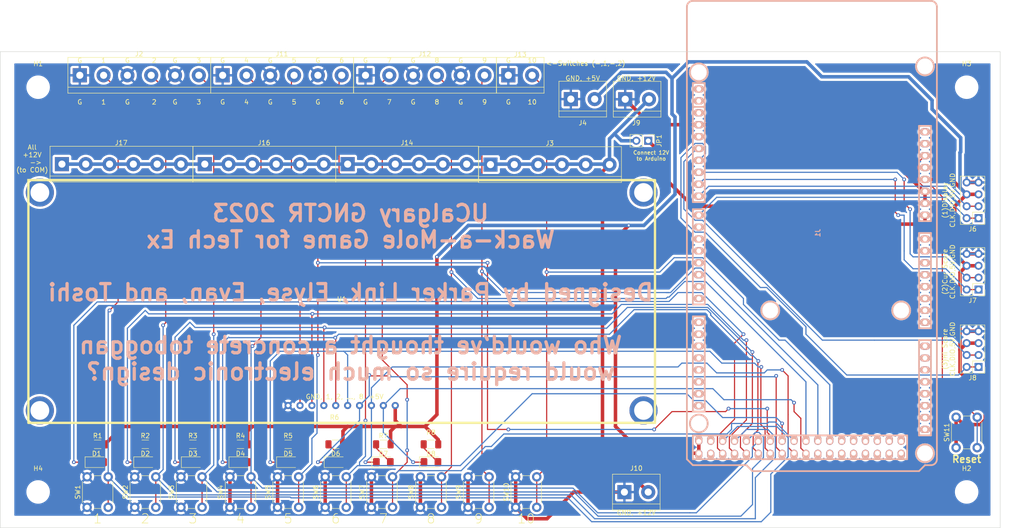
<source format=kicad_pcb>
(kicad_pcb (version 20211014) (generator pcbnew)
  (layers (0 "F.Cu" signal) (31 "B.Cu" signal) (34 "B.Paste" user) (35 "F.Paste" user) (36 "B.SilkS" user "B.Silkscreen") (37 "F.SilkS" user "F.Silkscreen") (38 "B.Mask" user) (39 "F.Mask" user) (44 "Edge.Cuts" user))
  (net 0 "")
  (net 1 "Net-(R1-Pad1)")
  (net 2 "Net-(J1-Pad58)")
  (net 3 "Net-(R2-Pad1)")
  (net 4 "Net-(J1-Pad57)")
  (net 5 "Net-(R3-Pad1)")
  (net 6 "Net-(J1-Pad56)")
  (net 7 "Net-(R4-Pad1)")
  (net 8 "Net-(J1-Pad55)")
  (net 9 "Net-(R5-Pad1)")
  (net 10 "Net-(J1-Pad54)")
  (net 11 "Net-(R6-Pad1)")
  (net 12 "Net-(J1-Pad53)")
  (net 13 "Net-(R7-Pad1)")
  (net 14 "Net-(J1-Pad52)")
  (net 15 "Net-(R8-Pad1)")
  (net 16 "Net-(J1-Pad51)")
  (net 18 "Net-(J1-Pad3)")
  (net 20 "+5V")
  (net 21 "GND")
  (net 22 "Net-(J1-Pad8)")
  (net 45 "Net-(J1-Pad31)")
  (net 46 "Net-(J1-Pad32)")
  (net 47 "Net-(J1-Pad36)")
  (net 48 "Net-(J1-Pad37)")
  (net 49 "Net-(J1-Pad38)")
  (net 50 "Net-(J1-Pad39)")
  (net 76 "SEG_CLK1")
  (net 77 "SEG_DIO1")
  (net 78 "SEG_CLK2")
  (net 79 "SEG_DIO2")
  (net 80 "SEG_CLK3")
  (net 81 "SEG_DIO3")
  (net 86 "+12V")
  (net 87 "Net-(SW1-Pad2)")
  (net 88 "Net-(SW6-Pad2)")
  (net 89 "Net-(SW7-Pad2)")
  (net 90 "Net-(SW8-Pad2)")
  (footprint "Button_Switch_THT:SW_PUSH_6mm" (layer "F.Cu") (at 241.59 132.79 90)
    (fp_text reference "SW11")
    (fp_text value "SW_Push")
  )
  (footprint "TerminalBlock:TerminalBlock_bornier-6_P5.08mm" (layer "F.Cu") (at 54.61 53.34)
    (fp_text reference "J2")
    (fp_text value "Screw_Terminal_01x06")
  )
  (footprint "Button_Switch_THT:SW_PUSH_6mm" (layer "F.Cu") (at 66.33 145.52 90)
    (fp_text reference "SW2")
    (fp_text value "SW_Push")
  )
  (footprint "LED_SMD:LED_1206_3216Metric_Pad1.42x1.75mm_HandSolder" (layer "F.Cu") (at 78.74 135.89)
    (fp_text reference "D3")
    (fp_text value "LED")
  )
  (footprint "TerminalBlock:TerminalBlock_bornier-6_P5.08mm" (layer "F.Cu") (at 50.8 72.295)
    (fp_text reference "J17")
    (fp_text value "Screw_Terminal_01x06")
  )
  (footprint "Resistor_SMD:R_1206_3216Metric_Pad1.30x1.75mm_HandSolder" (layer "F.Cu") (at 68.58 132.08)
    (fp_text reference "R2")
    (fp_text value "150")
  )
  (footprint "Resistor_SMD:R_1206_3216Metric_Pad1.30x1.75mm_HandSolder" (layer "F.Cu") (at 88.9 132.08)
    (fp_text reference "R4")
    (fp_text value "150")
  )
  (footprint "Button_Switch_THT:SW_PUSH_6mm" (layer "F.Cu") (at 116.84 145.52 90)
    (fp_text reference "SW7")
    (fp_text value "SW_Push")
  )
  (footprint "Connector_PinHeader_2.54mm:PinHeader_2x04_P2.54mm_Vertical" (layer "F.Cu") (at 246.38 115.57 180)
    (fp_text reference "J8")
    (fp_text value "Conn_02x04_Row_Letter_Last")
  )
  (footprint "TerminalBlock:TerminalBlock_bornier-6_P5.08mm" (layer "F.Cu") (at 142.24 72.39)
    (fp_text reference "J3")
    (fp_text value "Screw_Terminal_01x06")
  )
  (footprint "Resistor_SMD:R_1206_3216Metric_Pad1.30x1.75mm_HandSolder" (layer "F.Cu") (at 129.54 132.08)
    (fp_text reference "R8")
    (fp_text value "150")
  )
  (footprint "Resistor_SMD:R_1206_3216Metric_Pad1.30x1.75mm_HandSolder" (layer "F.Cu") (at 58.42 132.08)
    (fp_text reference "R1")
    (fp_text value "150")
  )
  (footprint "Button_Switch_THT:SW_PUSH_6mm" (layer "F.Cu") (at 137.45 145.52 90)
    (fp_text reference "SW9")
    (fp_text value "SW_Push")
  )
  (footprint "Button_Switch_THT:SW_PUSH_6mm" (layer "F.Cu") (at 76.2 145.52 90)
    (fp_text reference "SW3")
    (fp_text value "SW_Push")
  )
  (footprint "TerminalBlock:TerminalBlock_bornier-2_P5.08mm" (layer "F.Cu") (at 159.385 58.42)
    (fp_text reference "J4")
    (fp_text value "Screw_Terminal_01x02")
  )
  (footprint "MountingHole:MountingHole_4mm" (layer "F.Cu") (at 243.84 55.88)
    (fp_text reference "H3")
    (fp_text value "MountingHole")
  )
  (footprint "Resistor_SMD:R_1206_3216Metric_Pad1.30x1.75mm_HandSolder" (layer "F.Cu") (at 119.38 132.08)
    (fp_text reference "R7")
    (fp_text value "150")
  )
  (footprint "LED_SMD:LED_1206_3216Metric_Pad1.42x1.75mm_HandSolder" (layer "F.Cu") (at 88.9 135.89)
    (fp_text reference "D4")
    (fp_text value "LED")
  )
  (footprint "MountingHole:MountingHole_4mm" (layer "F.Cu") (at 45.72 55.88)
    (fp_text reference "H1")
    (fp_text value "MountingHole")
  )
  (footprint "LED_SMD:LED_1206_3216Metric_Pad1.42x1.75mm_HandSolder" (layer "F.Cu") (at 68.58 135.89)
    (fp_text reference "D2")
    (fp_text value "LED")
  )
  (footprint "LED_SMD:LED_1206_3216Metric_Pad1.42x1.75mm_HandSolder" (layer "F.Cu") (at 109.22 135.89)
    (fp_text reference "D6")
    (fp_text value "LED")
  )
  (footprint "TerminalBlock:TerminalBlock_bornier-6_P5.08mm" (layer "F.Cu") (at 81.28 72.295)
    (fp_text reference "J16")
    (fp_text value "Screw_Terminal_01x06")
  )
  (footprint "TerminalBlock:TerminalBlock_bornier-2_P5.08mm" (layer "F.Cu") (at 170.985 58.45)
    (fp_text reference "J9")
    (fp_text value "Screw_Terminal_01x02")
  )
  (footprint "TerminalBlock:TerminalBlock_bornier-2_P5.08mm" (layer "F.Cu") (at 146.05 53.34)
    (fp_text reference "J13")
    (fp_text value "Screw_Terminal_01x02")
  )
  (footprint "Button_Switch_THT:SW_PUSH_6mm" (layer "F.Cu") (at 106.97 145.52 90)
    (fp_text reference "SW6")
    (fp_text value "SW_Push")
  )
  (footprint "Button_Switch_THT:SW_PUSH_6mm" (layer "F.Cu") (at 147.61 145.52 90)
    (fp_text reference "SW10")
    (fp_text value "SW_Push")
  )
  (footprint "Resistor_SMD:R_1206_3216Metric_Pad1.30x1.75mm_HandSolder" (layer "F.Cu") (at 99.06 132.08)
    (fp_text reference "R5")
    (fp_text value "150")
  )
  (footprint "Connector_PinHeader_2.54mm:PinHeader_1x02_P2.54mm_Vertical" (layer "F.Cu") (at 175.895 67.31 -90)
    (fp_text reference "JP1")
    (fp_text value "Jumper_2_Open")
  )
  (footprint "TerminalBlock:TerminalBlock_bornier-2_P5.08mm" (layer "F.Cu") (at 170.815 142.27)
    (fp_text reference "J10")
    (fp_text value "Screw_Terminal_01x02")
  )
  (footprint "Button_Switch_THT:SW_PUSH_6mm" (layer "F.Cu") (at 86.65 145.52 90)
    (fp_text reference "SW4")
    (fp_text value "SW_Push")
  )
  (footprint "Resistor_SMD:R_1206_3216Metric_Pad1.30x1.75mm_HandSolder" (layer "F.Cu") (at 78.74 132.08)
    (fp_text reference "R3")
    (fp_text value "150")
  )
  (footprint "LED_SMD:LED_1206_3216Metric_Pad1.42x1.75mm_HandSolder" (layer "F.Cu") (at 58.2025 135.89)
    (fp_text reference "D1")
    (fp_text value "LED")
  )
  (footprint "TerminalBlock:TerminalBlock_bornier-6_P5.08mm" (layer "F.Cu") (at 111.76 72.295)
    (fp_text reference "J14")
    (fp_text value "Screw_Terminal_01x06")
  )
  (footprint "Button_Switch_THT:SW_PUSH_6mm" (layer "F.Cu") (at 96.81 145.52 90)
    (fp_text reference "SW5")
    (fp_text value "SW_Push")
  )
  (footprint "gnctr-wam-footprints:elegoo_8ch_relay" (layer "F.Cu") (at 110.49 101.6)
    (fp_text reference "U1")
    (fp_text value "ELEGOO_8ch_RelayBoard")
  )
  (footprint "MountingHole:MountingHole_4mm" (layer "F.Cu") (at 243.84 142.24)
    (fp_text reference "H2")
    (fp_text value "MountingHole")
  )
  (footprint "Resistor_SMD:R_1206_3216Metric_Pad1.30x1.75mm_HandSolder" (layer "F.Cu") (at 109.22 132.08)
    (fp_text reference "R6")
    (fp_text value "150")
  )
  (footprint "LED_SMD:LED_1206_3216Metric_Pad1.42x1.75mm_HandSolder" (layer "F.Cu") (at 119.38 135.89)
    (fp_text reference "D7")
    (fp_text value "LED")
  )
  (footprint "LED_SMD:LED_1206_3216Metric_Pad1.42x1.75mm_HandSolder" (layer "F.Cu") (at 99.06 135.89)
    (fp_text reference "D5")
    (fp_text value "LED")
  )
  (footprint "Connector_PinHeader_2.54mm:PinHeader_2x04_P2.54mm_Vertical" (layer "F.Cu") (at 246.38 83.82 180)
    (fp_text reference "J6")
    (fp_text value "Conn_02x04_Row_Letter_Last")
  )
  (footprint "LED_SMD:LED_1206_3216Metric_Pad1.42x1.75mm_HandSolder" (layer "F.Cu") (at 129.54 135.89)
    (fp_text reference "D8")
    (fp_text value "LED")
  )
  (footprint "TerminalBlock:TerminalBlock_bornier-6_P5.08mm" (layer "F.Cu") (at 85.09 53.34)
    (fp_text reference "J11")
    (fp_text value "Screw_Terminal_01x06")
  )
  (footprint "Button_Switch_THT:SW_PUSH_6mm" (layer "F.Cu") (at 127.29 145.52 90)
    (fp_text reference "SW8")
    (fp_text value "SW_Push")
  )
  (footprint "MountingHole:MountingHole_4mm" (layer "F.Cu") (at 45.72 142.24)
    (fp_text reference "H4")
    (fp_text value "MountingHole")
  )
  (footprint "Connector_PinHeader_2.54mm:PinHeader_2x04_P2.54mm_Vertical" (layer "F.Cu") (at 246.38 99.06 180)
    (fp_text reference "J7")
    (fp_text value "Conn_02x04_Row_Letter_Last")
  )
  (footprint "Button_Switch_THT:SW_PUSH_6mm" (layer "F.Cu") (at 56.17 145.52 90)
    (fp_text reference "SW1")
    (fp_text value "SW_Push")
  )
  (footprint "TerminalBlock:TerminalBlock_bornier-6_P5.08mm" (layer "F.Cu") (at 115.57 53.34)
    (fp_text reference "J12")
    (fp_text value "Screw_Terminal_01x06")
  )
  (footprint "gnctr-wam-footprints:arduino_mega_header" (layer "B.Cu") (at 210.82 86.995 -90)
    (fp_text reference "J1")
    (fp_text value "Arduino_Mega_Header" hide)
  )
  (gr_rect (start 37.635 48.29) (end 250.995 149.89) (layer "Edge.Cuts") (width 0.1) (fill none))
  (gr_text "UCalgary GNCTR 2023\nWack-a-Mole Game for Tech Ex\n\nDesigned by Parker Link, Elyse, Evan, and Toshi\n\nWho would've thought a concrete toboggan\nwould require so much electronic design?" (at 112.395 99.695) (layer "B.SilkS") (effects (font (size 3.5 3.5) (thickness 0.7)) (justify mirror)))
  (gr_text "Connect 12V\nto Arduino" (at 176.53 70.485) (layer "F.SilkS") (effects (font (size 0.8 0.8))))
  (gr_text "All\n+12V\n  ->\n(to COM)" (at 44.45 71.12) (layer "F.SilkS") (effects (font (size 1 1))))
  (gr_text "G" (at 115.57 50.165) (layer "F.SilkS") (effects (font (size 1 1))))
  (gr_text "G" (at 54.61 59.055) (layer "F.SilkS") (effects (font (size 1 1))))
  (gr_text "G" (at 135.89 50.165) (layer "F.SilkS") (effects (font (size 1 1))))
  (gr_text "GND, +12V" (at 173.355 53.975) (layer "F.SilkS") (effects (font (size 1 1))))
  (gr_text "Reset" (at 243.84 135.255) (layer "F.SilkS") (effects (font (size 1.5 1.5) (thickness 0.3))))
  (gr_text "G" (at 95.25 50.165) (layer "F.SilkS") (effects (font (size 1 1))))
  (gr_text "6" (at 110.49 59.055) (layer "F.SilkS") (effects (font (size 1 1))))
  (gr_text "10" (at 149.86 147.955) (layer "F.SilkS") (effects (font (size 2 2))))
  (gr_text "8" (at 129.54 147.955) (layer "F.SilkS") (effects (font (size 2 2))))
  (gr_text "G" (at 146.05 50.165) (layer "F.SilkS") (effects (font (size 1 1))))
  (gr_text "4" (at 90.17 50.165) (layer "F.SilkS") (effects (font (size 1 1))))
  (gr_text "(3)Hi Score\nCLK,DIO,5V,GND" (at 240.03 111.76 90) (layer "F.SilkS") (effects (font (size 1 1))))
  (gr_text "G" (at 85.09 59.055) (layer "F.SilkS") (effects (font (size 1 1))))
  (gr_text "10" (at 151.13 50.165) (layer "F.SilkS") (effects (font (size 1 1))))
  (gr_text "10" (at 151.13 59.055) (layer "F.SilkS") (effects (font (size 1 1))))
  (gr_text "<-Switches (-,1,-,2)" (at 162.56 50.8) (layer "F.SilkS") (effects (font (size 1 1))))
  (gr_text "6" (at 109.22 147.955) (layer "F.SilkS") (effects (font (size 2 2))))
  (gr_text "4" (at 90.17 59.055) (layer "F.SilkS") (effects (font (size 1 1))))
  (gr_text "4\n" (at 88.9 147.955) (layer "F.SilkS") (effects (font (size 2 2))))
  (gr_text "3" (at 78.74 147.955) (layer "F.SilkS") (effects (font (size 2 2))))
  (gr_text "2" (at 68.58 147.955) (layer "F.SilkS") (effects (font (size 2 2))))
  (gr_text "GND, 1, 2, ..., 8, +5V" (at 111.125 121.92) (layer "F.SilkS") (effects (font (size 1 1))))
  (gr_text "G" (at 85.09 50.165) (layer "F.SilkS") (effects (font (size 1 1))))
  (gr_text "GND, +5V" (at 161.925 53.975) (layer "F.SilkS") (effects (font (size 1 1))))
  (gr_text "9" (at 140.97 59.055) (layer "F.SilkS") (effects (font (size 1 1))))
  (gr_text "1" (at 59.69 59.055) (layer "F.SilkS") (effects (font (size 1 1))))
  (gr_text "G" (at 115.57 59.055) (layer "F.SilkS") (effects (font (size 1 1))))
  (gr_text "7" (at 120.65 50.165) (layer "F.SilkS") (effects (font (size 1 1))))
  (gr_text "2" (at 70.485 50.165) (layer "F.SilkS") (effects (font (size 1 1))))
  (gr_text "(2)Cur Score\nCLK,DIO,5V,GND" (at 240.03 95.25 90) (layer "F.SilkS") (effects (font (size 1 1))))
  (gr_text "8" (at 130.81 59.055) (layer "F.SilkS") (effects (font (size 1 1))))
  (gr_text "1" (at 58.42 147.955) (layer "F.SilkS") (effects (font (size 2 2))))
  (gr_text "7" (at 120.65 59.055) (layer "F.SilkS") (effects (font (size 1 1))))
  (gr_text "6" (at 110.49 50.165) (layer "F.SilkS") (effects (font (size 1 1))))
  (gr_text "G" (at 95.25 59.055) (layer "F.SilkS") (effects (font (size 1 1))))
  (gr_text "G" (at 74.93 59.055) (layer "F.SilkS") (effects (font (size 1 1))))
  (gr_text "G" (at 54.61 50.165) (layer "F.SilkS") (effects (font (size 1 1))))
  (gr_text "7" (at 119.38 147.955) (layer "F.SilkS") (effects (font (size 2 2))))
  (gr_text "2" (at 70.485 59.055) (layer "F.SilkS") (effects (font (size 1 1))))
  (gr_text "5" (at 100.33 50.165) (layer "F.SilkS") (effects (font (size 1 1))))
  (gr_text "G" (at 125.73 59.055) (layer "F.SilkS") (effects (font (size 1 1))))
  (gr_text "G" (at 105.41 59.055) (layer "F.SilkS") (effects (font (size 1 1))))
  (gr_text "(1)Display\nCLK,DIO,5V,GND" (at 240.03 80.01 90) (layer "F.SilkS") (effects (font (size 1 1))))
  (gr_text "3" (at 80.01 50.165) (layer "F.SilkS") (effects (font (size 1 1))))
  (gr_text "1" (at 59.69 50.165) (layer "F.SilkS") (effects (font (size 1 1))))
  (gr_text "GND, +12V" (at 173.355 146.685) (layer "F.SilkS") (effects (font (size 1 1))))
  (gr_text "G" (at 125.73 50.165) (layer "F.SilkS") (effects (font (size 1 1))))
  (gr_text "9" (at 139.7 147.955) (layer "F.SilkS") (effects (font (size 2 2))))
  (gr_text "G" (at 64.77 50.165) (layer "F.SilkS") (effects (font (size 1 1))))
  (gr_text "8" (at 130.81 50.165) (layer "F.SilkS") (effects (font (size 1 1))))
  (gr_text "5" (at 100.33 59.055) (layer "F.SilkS") (effects (font (size 1 1))))
  (gr_text "G" (at 74.93 50.165) (layer "F.SilkS") (effects (font (size 1 1))))
  (gr_text "5" (at 99.06 147.955) (layer "F.SilkS") (effects (font (size 2 2))))
  (gr_text "G" (at 135.89 59.055) (layer "F.SilkS") (effects (font (size 1 1))))
  (gr_text "G" (at 105.41 50.165) (layer "F.SilkS") (effects (font (size 1 1))))
  (gr_text "G" (at 64.77 59.055) (layer "F.SilkS") (effects (font (size 1 1))))
  (gr_text "G" (at 146.05 59.055) (layer "F.SilkS") (effects (font (size 1 1))))
  (gr_text "9" (at 140.97 50.165) (layer "F.SilkS") (effects (font (size 1 1))))
  (gr_text "3" (at 80.01 59.055) (layer "F.SilkS") (effects (font (size 1 1))))
  (segment (start 56.87 133.07) (end 56.87 132.08) (width 0.25) (layer "F.Cu") (net 1))
  (segment (start 59.69 135.89) (end 56.87 133.07) (width 0.25) (layer "F.Cu") (net 1))
  (segment (start 190.67538 130.35038) (end 190.67538 132.89038) (width 0.25) (layer "F.Cu") (net 2))
  (segment (start 101.6 123.8) (end 101.6 101.6) (width 0.25) (layer "F.Cu") (net 2))
  (segment (start 190.67538 132.89038) (end 191.77 133.985) (width 0.25) (layer "F.Cu") (net 2))
  (segment (start 194.31 126.71576) (end 190.67538 130.35038) (width 0.25) (layer "F.Cu") (net 2))
  (segment (start 194.31 110.49) (end 194.31 126.71576) (width 0.25) (layer "F.Cu") (net 2))
  (segment (start 196.215 108.585) (end 194.31 110.49) (width 0.25) (layer "F.Cu") (net 2))
  (segment (start 56.715 135.89) (end 53.34 135.89) (width 0.25) (layer "F.Cu") (net 2))
  (via (at 101.6 101.6) (size 0.8) (drill 0.4) (layers "F.Cu" "B.Cu") (net 2))
  (via (at 53.34 135.89) (size 0.8) (drill 0.4) (layers "F.Cu" "B.Cu") (net 2))
  (via (at 196.215 108.585) (size 0.8) (drill 0.4) (layers "F.Cu" "B.Cu") (net 2))
  (segment (start 182.245 99.695) (end 180.79 101.15) (width 0.25) (layer "B.Cu") (net 2))
  (segment (start 186.0862 99.695) (end 182.245 99.695) (width 0.25) (layer "B.Cu") (net 2))
  (segment (start 187.325 99.695) (end 196.215 108.585) (width 0.25) (layer "B.Cu") (net 2))
  (segment (start 101.499 101.701) (end 101.6 101.6) (width 0.25) (layer "B.Cu") (net 2))
  (segment (start 58.319 101.701) (end 101.499 101.701) (width 0.25) (layer "B.Cu") (net 2))
  (segment (start 180.34 101.6) (end 177.165 101.6) (width 0.25) (layer "B.Cu") (net 2))
  (segment (start 186.0862 99.695) (end 187.325 99.695) (width 0.25) (layer "B.Cu") (net 2))
  (segment (start 101.6 101.6) (end 177.1962 101.6) (width 0.25) (layer "B.Cu") (net 2))
  (segment (start 180.79 101.15) (end 180.34 101.6) (width 0.25) (layer "B.Cu") (net 2))
  (segment (start 53.34 135.89) (end 53.34 106.68) (width 0.25) (layer "B.Cu") (net 2))
  (segment (start 53.34 106.68) (end 58.319 101.701) (width 0.25) (layer "B.Cu") (net 2))
  (segment (start 70.0675 135.89) (end 68.8 134.6225) (width 0.25) (layer "F.Cu") (net 3))
  (segment (start 68.8 133.85) (end 67.03 132.08) (width 0.25) (layer "F.Cu") (net 3))
  (segment (start 68.8 134.6225) (end 68.8 133.85) (width 0.25) (layer "F.Cu") (net 3))
  (segment (start 104.14 104.342) (end 104.241 104.241) (width 0.25) (layer "F.Cu") (net 4))
  (segment (start 104.14 123.8) (end 104.14 104.342) (width 0.25) (layer "F.Cu") (net 4))
  (segment (start 193.21538 132.89038) (end 194.31 133.985) (width 0.25) (layer "F.Cu") (net 4))
  (segment (start 193.21538 130.512804) (end 193.21538 132.89038) (width 0.25) (layer "F.Cu") (net 4))
  (segment (start 67.0925 135.89) (end 64.77 135.89) (width 0.25) (layer "F.Cu") (net 4))
  (segment (start 196.85 109.855) (end 196.85 126.878184) (width 0.25) (layer "F.Cu") (net 4))
  (segment (start 196.85 126.878184) (end 193.21538 130.512804) (width 0.25) (layer "F.Cu") (net 4))
  (via (at 196.85 109.855) (size 0.8) (drill 0.4) (layers "F.Cu" "B.Cu") (net 4))
  (via (at 104.241 104.241) (size 0.8) (drill 0.4) (layers "F.Cu" "B.Cu") (net 4))
  (via (at 64.77 135.89) (size 0.8) (drill 0.4) (layers "F.Cu" "B.Cu") (net 4))
  (segment (start 170.18 102.235) (end 168.174 104.241) (width 0.25) (layer "B.Cu") (net 4))
  (segment (start 64.77 135.89) (end 64.77 107.315) (width 0.25) (layer "B.Cu") (net 4))
  (segment (start 196.216396 109.855) (end 188.596396 102.235) (width 0.25) (layer "B.Cu") (net 4))
  (segment (start 196.85 109.855) (end 196.216396 109.855) (width 0.25) (layer "B.Cu") (net 4))
  (segment (start 68.58 103.505) (end 69.316 104.241) (width 0.25) (layer "B.Cu") (net 4))
  (segment (start 64.77 107.315) (end 68.58 103.505) (width 0.25) (layer "B.Cu") (net 4))
  (segment (start 188.596396 102.235) (end 170.18 102.235) (width 0.25) (layer "B.Cu") (net 4))
  (segment (start 69.316 104.241) (end 104.241 104.241) (width 0.25) (layer "B.Cu") (net 4))
  (segment (start 104.241 104.241) (end 168.174 104.241) (width 0.25) (layer "B.Cu") (net 4))
  (segment (start 77.19 132.8525) (end 77.19 132.08) (width 0.25) (layer "F.Cu") (net 5))
  (segment (start 80.2275 135.89) (end 77.19 132.8525) (width 0.25) (layer "F.Cu") (net 5))
  (segment (start 198.12 127.635) (end 195.58 130.175) (width 0.25) (layer "F.Cu") (net 6))
  (segment (start 195.58 132.715) (end 196.85 133.985) (width 0.25) (layer "F.Cu") (net 6))
  (segment (start 198.12 112.395) (end 198.12 127.635) (width 0.25) (layer "F.Cu") (net 6))
  (segment (start 77.2525 135.89) (end 74.93 135.89) (width 0.25) (layer "F.Cu") (net 6))
  (segment (start 106.68 123.8) (end 106.68 107.315) (width 0.25) (layer "F.Cu") (net 6))
  (segment (start 106.68 107.315) (end 106.848 107.147) (width 0.25) (layer "F.Cu") (net 6))
  (segment (start 195.58 130.175) (end 195.58 132.715) (width 0.25) (layer "F.Cu") (net 6))
  (via (at 74.93 135.89) (size 0.8) (drill 0.4) (layers "F.Cu" "B.Cu") (net 6))
  (via (at 198.12 112.395) (size 0.8) (drill 0.4) (layers "F.Cu" "B.Cu") (net 6))
  (via (at 106.848 107.147) (size 0.8) (drill 0.4) (layers "F.Cu" "B.Cu") (net 6))
  (segment (start 74.93 135.89) (end 74.93 109.22) (width 0.25) (layer "B.Cu") (net 6))
  (segment (start 188.595 102.87) (end 198.12 112.395) (width 0.25) (layer "B.Cu") (net 6))
  (segment (start 79.207 107.147) (end 106.848 107.147) (width 0.25) (layer "B.Cu") (net 6))
  (segment (start 171.45 102.87) (end 167.005 107.315) (width 0.25) (layer "B.Cu") (net 6))
  (segment (start 107.016 107.315) (end 166.37 107.315) (width 0.25) (layer "B.Cu") (net 6))
  (segment (start 78.105 106.045) (end 79.207 107.147) (width 0.25) (layer "B.Cu") (net 6))
  (segment (start 106.848 107.147) (end 107.016 107.315) (width 0.25) (layer "B.Cu") (net 6))
  (segment (start 74.93 109.22) (end 78.105 106.045) (width 0.25) (layer "B.Cu") (net 6))
  (segment (start 167.005 107.315) (end 166.37 107.315) (width 0.25) (layer "B.Cu") (net 6))
  (segment (start 188.595 102.87) (end 171.45 102.87) (width 0.25) (layer "B.Cu") (net 6))
  (segment (start 90.3875 135.89) (end 87.35 132.8525) (width 0.25) (layer "F.Cu") (net 7))
  (segment (start 87.35 132.8525) (end 87.35 132.08) (width 0.25) (layer "F.Cu") (net 7))
  (segment (start 109.119 109.321) (end 109.22 109.422) (width 0.25) (layer "F.Cu") (net 8))
  (segment (start 199.39 114.3) (end 199.3 114.39) (width 0.25) (layer "F.Cu") (net 8))
  (segment (start 199.3 129.08962) (end 198.29538 130.09424) (width 0.25) (layer "F.Cu") (net 8))
  (segment (start 199.3 114.39) (end 199.3 129.08962) (width 0.25) (layer "F.Cu") (net 8))
  (segment (start 87.4125 135.89) (end 85.09 135.89) (width 0.25) (layer "F.Cu") (net 8))
  (segment (start 109.22 109.422) (end 109.22 123.8) (width 0.25) (layer "F.Cu") (net 8))
  (segment (start 198.29538 130.09424) (end 198.29538 132.89038) (width 0.25) (layer "F.Cu") (net 8))
  (segment (start 198.29538 132.89038) (end 199.39 133.985) (width 0.25) (layer "F.Cu") (net 8))
  (via (at 85.09 135.89) (size 0.8) (drill 0.4) (layers "F.Cu" "B.Cu") (net 8))
  (via (at 109.119 109.321) (size 0.8) (drill 0.4) (layers "F.Cu" "B.Cu") (net 8))
  (via (at 199.39 114.3) (size 0.8) (drill 0.4) (layers "F.Cu" "B.Cu") (net 8))
  (segment (start 172.884 103.341) (end 167.64 108.585) (width 0.25) (layer "B.Cu") (net 8))
  (segment (start 85.09 110.49) (end 86.36 109.22) (width 0.25) (layer "B.Cu") (net 8))
  (segment (start 86.461 109.321) (end 109.119 109.321) (width 0.25) (layer "B.Cu") (net 8))
  (segment (start 189.228604 104.528909) (end 189.228604 104.14) (width 0.25) (layer "B.Cu") (net 8))
  (segment (start 189.228604 104.14) (end 188.429604 103.341) (width 0.25) (layer "B.Cu") (net 8))
  (segment (start 86.36 109.22) (end 86.461 109.321) (width 0.25) (layer "B.Cu") (net 8))
  (segment (start 109.855 108.585) (end 109.119 109.321) (width 0.25) (layer "B.Cu") (net 8))
  (segment (start 85.09 135.89) (end 85.09 110.49) (width 0.25) (layer "B.Cu") (net 8))
  (segment (start 197.819695 113.12) (end 189.228604 104.528909) (width 0.25) (layer "B.Cu") (net 8))
  (segment (start 198.21 113.12) (end 199.39 114.3) (width 0.25) (layer "B.Cu") (net 8))
  (segment (start 167.64 108.585) (end 109.855 108.585) (width 0.25) (layer "B.Cu") (net 8))
  (segment (start 188.429604 103.341) (end 172.884 103.341) (width 0.25) (layer "B.Cu") (net 8))
  (segment (start 197.819695 113.12) (end 198.21 113.12) (width 0.25) (layer "B.Cu") (net 8))
  (segment (start 100.5475 135.89) (end 100.5475 135.1175) (width 0.25) (layer "F.Cu") (net 9))
  (segment (start 100.5475 135.1175) (end 97.51 132.08) (width 0.25) (layer "F.Cu") (net 9))
  (segment (start 200.83538 128.77697) (end 200.83538 132.89038) (width 0.25) (layer "F.Cu") (net 10))
  (segment (start 200.025 115.57) (end 199.935 115.66) (width 0.25) (layer "F.Cu") (net 10))
  (segment (start 199.935 115.66) (end 199.935 127.87659) (width 0.25) (layer "F.Cu") (net 10))
  (segment (start 199.935 127.87659) (end 200.83538 128.77697) (width 0.25) (layer "F.Cu") (net 10))
  (segment (start 200.83538 132.89038) (end 201.93 133.985) (width 0.25) (layer "F.Cu") (net 10))
  (segment (start 97.5725 135.89) (end 95.25 135.89) (width 0.25) (layer "F.Cu") (net 10))
  (via (at 200.025 115.57) (size 0.8) (drill 0.4) (layers "F.Cu" "B.Cu") (net 10))
  (via (at 95.25 135.89) (size 0.8) (drill 0.4) (layers "F.Cu" "B.Cu") (net 10))
  (segment (start 198.572 114.752) (end 191.587 114.752) (width 0.25) (layer "B.Cu") (net 10))
  (segment (start 200.025 115.57) (end 199.39 115.57) (width 0.25) (layer "B.Cu") (net 10))
  (segment (start 189.062 112.227) (end 110.957 112.227) (width 0.25) (layer "B.Cu") (net 10))
  (segment (start 97.323 112.227) (end 95.25 114.3) (width 0.25) (layer "B.Cu") (net 10))
  (segment (start 95.25 114.3) (end 95.25 135.89) (width 0.25) (layer "B.Cu") (net 10))
  (segment (start 110.957 112.227) (end 97.323 112.227) (width 0.25) (layer "B.Cu") (net 10))
  (segment (start 191.587 114.752) (end 189.062 112.227) (width 0.25) (layer "B.Cu") (net 10))
  (segment (start 111.76 123.8) (end 111.76 113.03) (width 0.25) (layer "B.Cu") (net 10))
  (segment (start 111.76 113.03) (end 110.957 112.227) (width 0.25) (layer "B.Cu") (net 10))
  (segment (start 199.39 115.57) (end 198.572 114.752) (width 0.25) (layer "B.Cu") (net 10))
  (segment (start 110.7075 135.1175) (end 107.67 132.08) (width 0.25) (layer "F.Cu") (net 11))
  (segment (start 110.7075 135.89) (end 110.7075 135.1175) (width 0.25) (layer "F.Cu") (net 11))
  (segment (start 107.7325 135.89) (end 105.41 135.89) (width 0.25) (layer "F.Cu") (net 12))
  (segment (start 203.2 117.475) (end 203.2 132.715) (width 0.25) (layer "F.Cu") (net 12))
  (segment (start 120.65 117.475) (end 116.545 117.475) (width 0.25) (layer "F.Cu") (net 12))
  (segment (start 203.2 132.715) (end 204.47 133.985) (width 0.25) (layer "F.Cu") (net 12))
  (segment (start 116.545 117.475) (end 116.375 117.305) (width 0.25) (layer "F.Cu") (net 12))
  (via (at 105.41 135.89) (size 0.8) (drill 0.4) (layers "F.Cu" "B.Cu") (net 12))
  (via (at 120.65 117.475) (size 0.8) (drill 0.4) (layers "F.Cu" "B.Cu") (net 12))
  (via (at 203.2 117.475) (size 0.8) (drill 0.4) (layers "F.Cu" "B.Cu") (net 12))
  (via (at 116.375 117.305) (size 0.8) (drill 0.4) (layers "F.Cu" "B.Cu") (net 12))
  (segment (start 203.2 117.475) (end 203.017 117.658) (width 0.25) (layer "B.Cu") (net 12))
  (segment (start 116.375 121.725) (end 114.3 123.8) (width 0.25) (layer "B.Cu") (net 12))
  (segment (start 203.017 117.658) (end 120.833 117.658) (width 0.25) (layer "B.Cu") (net 12))
  (segment (start 116.375 117.305) (end 116.375 121.725) (width 0.25) (layer "B.Cu") (net 12))
  (segment (start 105.41 135.89) (end 114.3 127) (width 0.25) (layer "B.Cu") (net 12))
  (segment (start 114.3 127) (end 114.3 123.8) (width 0.25) (layer "B.Cu") (net 12))
  (segment (start 120.833 117.658) (end 120.65 117.475) (width 0.25) (layer "B.Cu") (net 12))
  (segment (start 117.83 132.8525) (end 117.83 132.08) (width 0.25) (layer "F.Cu") (net 13))
  (segment (start 120.8675 135.89) (end 117.83 132.8525) (width 0.25) (layer "F.Cu") (net 13))
  (segment (start 205.74 125.73) (end 205.74 132.715) (width 0.25) (layer "F.Cu") (net 14))
  (segment (start 205.74 125.73) (end 205.74 117.475) (width 0.25) (layer "F.Cu") (net 14))
  (segment (start 205.74 117.475) (end 204.47 116.205) (width 0.25) (layer "F.Cu") (net 14))
  (segment (start 117.8925 135.89) (end 115.57 135.89) (width 0.25) (layer "F.Cu") (net 14))
  (segment (start 205.74 132.715) (end 207.01 133.985) (width 0.25) (layer "F.Cu") (net 14))
  (via (at 115.57 135.89) (size 0.8) (drill 0.4) (layers "F.Cu" "B.Cu") (net 14))
  (via (at 204.47 116.205) (size 0.8) (drill 0.4) (layers "F.Cu" "B.Cu") (net 14))
  (segment (start 116.84 123.8) (end 116.84 120.015) (width 0.25) (layer "B.Cu") (net 14))
  (segment (start 121.285 115.57) (end 182.245 115.57) (width 0.25) (layer "B.Cu") (net 14))
  (segment (start 116.84 134.62) (end 116.84 123.8) (width 0.25) (layer "B.Cu") (net 14))
  (segment (start 204.47 116.205) (end 201.295 116.205) (width 0.25) (layer "B.Cu") (net 14))
  (segment (start 201.295 116.205) (end 200.66 116.84) (width 0.25) (layer "B.Cu") (net 14))
  (segment (start 188.412 114.752) (end 183.063 114.752) (width 0.25) (layer "B.Cu") (net 14))
  (segment (start 200.66 116.84) (end 190.5 116.84) (width 0.25) (layer "B.Cu") (net 14))
  (segment (start 115.57 135.89) (end 116.84 134.62) (width 0.25) (layer "B.Cu") (net 14))
  (segment (start 183.063 114.752) (end 182.245 115.57) (width 0.25) (layer "B.Cu") (net 14))
  (segment (start 190.5 116.84) (end 188.412 114.752) (width 0.25) (layer "B.Cu") (net 14))
  (segment (start 116.84 120.015) (end 121.285 115.57) (width 0.25) (layer "B.Cu") (net 14))
  (segment (start 127.99 132.8525) (end 127.99 132.08) (width 0.25) (layer "F.Cu") (net 15))
  (segment (start 131.0275 135.89) (end 127.99 132.8525) (width 0.25) (layer "F.Cu") (net 15))
  (segment (start 208.45538 126.54038) (end 208.45538 132.89038) (width 0.25) (layer "F.Cu") (net 16))
  (segment (start 207.01 125.095) (end 208.45538 126.54038) (width 0.25) (layer "F.Cu") (net 16))
  (segment (start 208.45538 132.89038) (end 209.55 133.985) (width 0.25) (layer "F.Cu") (net 16))
  (segment (start 128.0525 135.89) (end 125.73 135.89) (width 0.25) (layer "F.Cu") (net 16))
  (segment (start 207.01 123.19) (end 207.01 125.095) (width 0.25) (layer "F.Cu") (net 16))
  (via (at 125.73 135.89) (size 0.8) (drill 0.4) (layers "F.Cu" "B.Cu") (net 16))
  (via (at 207.01 123.19) (size 0.8) (drill 0.4) (layers "F.Cu" "B.Cu") (net 16))
  (segment (start 189.682 120.198) (end 192.039 122.555) (width 0.25) (layer "B.Cu") (net 16))
  (segment (start 119.38 123.8) (end 122.982 120.198) (width 0.25) (layer "B.Cu") (net 16))
  (segment (start 119.38 129.54) (end 119.38 123.8) (width 0.25) (layer "B.Cu") (net 16))
  (segment (start 192.039 122.555) (end 206.375 122.555) (width 0.25) (layer "B.Cu") (net 16))
  (segment (start 122.982 120.198) (end 189.682 120.198) (width 0.25) (layer "B.Cu") (net 16))
  (segment (start 125.73 135.89) (end 119.38 129.54) (width 0.25) (layer "B.Cu") (net 16))
  (segment (start 206.375 122.555) (end 207.01 123.19) (width 0.25) (layer "B.Cu") (net 16))
  (segment (start 238.6525 118.8525) (end 246.09 126.29) (width 0.25) (layer "F.Cu") (net 18))
  (segment (start 234.52793 77.018) (end 236.403 77.018) (width 0.25) (layer "F.Cu") (net 18))
  (segment (start 233.52518 71.90982) (end 233.52518 76.01525) (width 0.25) (layer "F.Cu") (net 18))
  (segment (start 234.95 70.485) (end 233.52518 71.90982) (width 0.25) (layer "F.Cu") (net 18))
  (segment (start 236.403 77.018) (end 238.6525 79.2675) (width 0.25) (layer "F.Cu") (net 18))
  (segment (start 238.6525 79.2675) (end 238.6525 118.8525) (width 0.25) (layer "F.Cu") (net 18))
  (segment (start 233.52518 76.01525) (end 234.52793 77.018) (width 0.25) (layer "F.Cu") (net 18))
  (segment (start 246.09 126.29) (end 246.09 132.79) (width 0.25) (layer "B.Cu") (net 18))
  (segment (start 121.92 128.27) (end 123.19 128.27) (width 0.75) (layer "F.Cu") (net 20))
  (segment (start 243.84 93.98) (end 246.38 93.98) (width 0.75) (layer "F.Cu") (net 20))
  (segment (start 177.4825 133.0325) (end 173.6725 133.0325) (width 0.75) (layer "F.Cu") (net 20))
  (segment (start 128.27 128.27) (end 131.09 131.09) (width 0.75) (layer "F.Cu") (net 20))
  (segment (start 173.6725 133.0325) (end 168.91 128.27) (width 0.75) (layer "F.Cu") (net 20))
  (segment (start 242.415 111.915) (end 243.84 110.49) (width 0.75) (layer "F.Cu") (net 20))
  (segment (start 90.45 132.08) (end 90.45 129.26) (width 0.75) (layer "F.Cu") (net 20))
  (segment (start 178.435 133.985) (end 177.4825 133.0325) (width 0.75) (layer "F.Cu") (net 20))
  (segment (start 247.805 126.802387) (end 247.805 122.075) (width 0.75) (layer "F.Cu") (net 20))
  (segment (start 70.13 132.08) (end 70.13 129.26) (width 0.75) (layer "F.Cu") (net 20))
  (segment (start 241.59 126.29) (end 241.59 132.79) (width 0.75) (layer "F.Cu") (net 20))
  (segment (start 63.78 128.27) (end 71.12 128.27) (width 0.75) (layer "F.Cu") (net 20))
  (segment (start 80.29 129.26) (end 81.28 128.27) (width 0.75) (layer "F.Cu") (net 20))
  (segment (start 243.84 93.98) (end 241.3 91.44) (width 0.75) (layer "F.Cu") (net 20))
  (segment (start 234.95 75.565) (end 240.665 75.565) (width 0.75) (layer "F.Cu") (net 20))
  (segment (start 246.742387 127.865) (end 247.805 126.802387) (width 0.75) (layer "F.Cu") (net 20))
  (segment (start 168.91 128.27) (end 168.91 88.198) (width 0.75) (layer "F.Cu") (net 20))
  (segment (start 100.61 132.08) (end 100.61 129.26) (width 0.75) (layer "F.Cu") (net 20))
  (segment (start 247.805 122.075) (end 242.415 116.685) (width 0.75) (layer "F.Cu") (net 20))
  (segment (start 240.665 75.565) (end 243.84 78.74) (width 0.75) (layer "F.Cu") (net 20))
  (segment (start 242.415 111.915) (end 242.415 95.405) (width 0.75) (layer "F.Cu") (net 20))
  (segment (start 59.97 132.08) (end 63.78 128.27) (width 0.75) (layer "F.Cu") (net 20))
  (segment (start 131.09 131.09) (end 131.09 132.08) (width 0.75) (layer "F.Cu") (net 20))
  (segment (start 246.38 78.74) (end 243.84 78.74) (width 0.75) (layer "F.Cu") (net 20))
  (segment (start 186.69 131.445) (end 186.69 133.985) (width 0.75) (layer "F.Cu") (net 20))
  (segment (start 243.165 127.865) (end 246.742387 127.865) (width 0.75) (layer "F.Cu") (net 20))
  (segment (start 100.61 129.26) (end 101.6 128.27) (width 0.75) (layer "F.Cu") (net 20))
  (segment (start 241.3 91.44) (end 241.3 81.28) (width 0.75) (layer "F.Cu") (net 20))
  (segment (start 120.93 129.26) (end 121.92 128.27) (width 0.75) (layer "F.Cu") (net 20))
  (segment (start 111.76 128.27) (end 121.92 128.27) (width 0.75) (layer "F.Cu") (net 20))
  (segment (start 80.29 132.08) (end 80.29 129.26) (width 0.75) (layer "F.Cu") (net 20))
  (segment (start 102.87 128.27) (end 111.76 128.27) (width 0.75) (layer "F.Cu") (net 20))
  (segment (start 121.92 123.8) (end 121.92 127) (width 0.75) (layer "F.Cu") (net 20))
  (segment (start 90.45 129.26) (end 91.44 128.27) (width 0.75) (layer "F.Cu") (net 20))
  (segment (start 120.93 132.08) (end 120.93 129.26) (width 0.75) (layer "F.Cu") (net 20))
  (segment (start 241.3 81.28) (end 243.84 78.74) (width 0.75) (layer "F.Cu") (net 20))
  (segment (start 242.415 95.405) (end 243.84 93.98) (width 0.75) (layer "F.Cu") (net 20))
  (segment (start 81.28 128.27) (end 91.44 128.27) (width 0.75) (layer "F.Cu") (net 20))
  (segment (start 91.44 128.27) (end 102.87 128.27) (width 0.75) (layer "F.Cu") (net 20))
  (segment (start 121.92 127) (end 123.19 128.27) (width 0.75) (layer "F.Cu") (net 20))
  (segment (start 243.84 110.49) (end 246.38 110.49) (width 0.75) (layer "F.Cu") (net 20))
  (segment (start 71.12 128.27) (end 81.28 128.27) (width 0.75) (layer "F.Cu") (net 20))
  (segment (start 110.77 132.08) (end 110.77 129.26) (width 0.75) (layer "F.Cu") (net 20))
  (segment (start 168.91 88.198) (end 171.734 85.374) (width 0.75) (layer "F.Cu") (net 20))
  (segment (start 128.27 128.27) (end 130.81 125.73) (width 0.75) (layer "F.Cu") (net 20))
  (segment (start 186.69 133.985) (end 178.435 133.985) (width 0.75) (layer "F.Cu") (net 20))
  (segment (start 242.415 116.685) (end 242.415 111.915) (width 0.75) (layer "F.Cu") (net 20))
  (segment (start 130.81 125.73) (end 130.81 92.075) (width 0.75) (layer "F.Cu") (net 20))
  (segment (start 123.19 128.27) (end 128.27 128.27) (width 0.75) (layer "F.Cu") (net 20))
  (segment (start 70.13 129.26) (end 71.12 128.27) (width 0.75) (layer "F.Cu") (net 20))
  (segment (start 110.77 129.26) (end 111.76 128.27) (width 0.75) (layer "F.Cu") (net 20))
  (segment (start 241.59 126.29) (end 243.165 127.865) (width 0.75) (layer "F.Cu") (net 20))
  (via (at 130.81 92.075) (size 0.8) (drill 0.4) (layers "F.Cu" "B.Cu") (net 20))
  (via (at 171.734 85.374) (size 0.8) (drill 0.4) (layers "F.Cu" "B.Cu") (net 20))
  (segment (start 231.456069 53.658931) (end 236.465557 58.668419) (width 0.75) (layer "B.Cu") (net 20))
  (segment (start 236.465557 58.668419) (end 236.465557 60.570557) (width 0.75) (layer "B.Cu") (net 20))
  (segment (start 236.465557 60.570557) (end 242.57 66.675) (width 0.75) (layer "B.Cu") (net 20))
  (segment (start 242.57 66.675) (end 242.57 69.683886) (width 0.75) (layer "B.Cu") (net 20))
  (segment (start 180.975 53.975) (end 180.975 61.595) (width 0.75) (layer "B.Cu") (net 20))
  (segment (start 209.754931 50.481069) (end 184.468931 50.481069) (width 0.75) (layer "B.Cu") (net 20))
  (segment (start 231.456069 53.658931) (end 212.932793 53.658931) (width 0.75) (layer "B.Cu") (net 20))
  (segment (start 242.415 77.315) (end 243.84 78.74) (width 0.75) (layer "B.Cu") (net 20))
  (segment (start 180.975 61.595) (end 181.61 62.23) (width 0.75) (layer "B.Cu") (net 20))
  (segment (start 184.468931 50.481069) (end 180.975 53.975) (width 0.75) (layer "B.Cu") (net 20))
  (segment (start 242.415 69.838886) (end 242.415 77.315) (width 0.75) (layer "B.Cu") (net 20))
  (segment (start 170.18 52.705) (end 164.465 58.42) (width 0.75) (layer "B.Cu") (net 20))
  (segment (start 212.932793 53.658931) (end 209.754931 50.481069) (width 0.75) (layer "B.Cu") (net 20))
  (segment (start 181.61 62.23) (end 181.61 78.74) (width 0.75) (layer "B.Cu") (net 20))
  (segment (start 242.57 69.683886) (end 242.415 69.838886) (width 0.75) (layer "B.Cu") (net 20))
  (segment (start 180.975 53.975) (end 179.705 52.705) (width 0.75) (layer "B.Cu") (net 20))
  (segment (start 181.61 78.74) (end 174.976 85.374) (width 0.75) (layer "B.Cu") (net 20))
  (segment (start 174.976 85.374) (end 137.511 85.374) (width 0.75) (layer "B.Cu") (net 20))
  (segment (start 179.705 52.705) (end 170.18 52.705) (width 0.75) (layer "B.Cu") (net 20))
  (segment (start 137.511 85.374) (end 130.81 92.075) (width 0.75) (layer "B.Cu") (net 20))
  (segment (start 137.45 139.02) (end 137.45 145.52) (width 0.75) (layer "F.Cu") (net 21))
  (segment (start 96.81 139.02) (end 96.81 145.52) (width 0.75) (layer "F.Cu") (net 21))
  (segment (start 86.65 139.02) (end 86.65 145.52) (width 0.75) (layer "F.Cu") (net 21))
  (segment (start 154.305 147.955) (end 150.045 147.955) (width 0.75) (layer "F.Cu") (net 21))
  (segment (start 234.95 78.105) (end 234.95 80.645) (width 0.75) (layer "F.Cu") (net 21))
  (segment (start 159.99 142.27) (end 154.305 147.955) (width 0.75) (layer "F.Cu") (net 21))
  (segment (start 176.416 63.881) (end 170.985 58.45) (width 0.75) (layer "F.Cu") (net 21))
  (segment (start 243.84 107.95) (end 246.38 107.95) (width 0.75) (layer "F.Cu") (net 21))
  (segment (start 243.84 76.2) (end 246.38 76.2) (width 0.75) (layer "F.Cu") (net 21))
  (segment (start 220.40098 63.881) (end 234.15249 77.63251) (width 0.75) (layer "F.Cu") (net 21))
  (segment (start 127.29 139.02) (end 127.29 145.52) (width 0.75) (layer "F.Cu") (net 21))
  (segment (start 186.69 63.881) (end 220.40098 63.881) (width 0.75) (layer "F.Cu") (net 21))
  (segment (start 116.84 139.02) (end 116.84 145.52) (width 0.75) (layer "F.Cu") (net 21))
  (segment (start 106.97 139.02) (end 106.97 145.52) (width 0.75) (layer "F.Cu") (net 21))
  (segment (start 170.815 142.27) (end 159.99 142.27) (width 0.75) (layer "F.Cu") (net 21))
  (segment (start 186.69 63.881) (end 176.416 63.881) (width 0.75) (layer "F.Cu") (net 21))
  (segment (start 150.045 147.955) (end 147.61 145.52) (width 0.75) (layer "F.Cu") (net 21))
  (segment (start 246.38 91.44) (end 243.84 91.44) (width 0.75) (layer "F.Cu") (net 21))
  (segment (start 147.61 139.02) (end 147.61 145.52) (width 0.75) (layer "F.Cu") (net 21))
  (segment (start 234.95 85.09) (end 229.235 85.09) (width 0.75) (layer "F.Cu") (net 22))
  (segment (start 234.95 83.185) (end 234.95 85.09) (width 0.75) (layer "F.Cu") (net 22))
  (segment (start 229.235 85.09) (end 225.425 81.28) (width 0.75) (layer "F.Cu") (net 22))
  (segment (start 225.425 81.28) (end 185.42 81.28) (width 0.75) (layer "F.Cu") (net 22))
  (segment (start 185.42 81.28) (end 177.165 73.025) (width 0.75) (layer "F.Cu") (net 22))
  (segment (start 177.165 68.58) (end 175.895 67.31) (width 0.75) (layer "F.Cu") (net 22))
  (segment (start 177.165 73.025) (end 177.165 68.58) (width 0.75) (layer "F.Cu") (net 22))
  (segment (start 154.225 95.33) (end 154.225 56.435) (width 0.25) (layer "F.Cu") (net 45))
  (segment (start 154.225 56.435) (end 151.13 53.34) (width 0.25) (layer "F.Cu") (net 45))
  (segment (start 152.11 139.02) (end 154.225 136.905) (width 0.25) (layer "F.Cu") (net 45))
  (segment (start 154.225 136.905) (end 154.225 95.33) (width 0.25) (layer "F.Cu") (net 45))
  (segment (start 152.11 139.02) (end 152.11 145.52) (width 0.25) (layer "F.Cu") (net 45))
  (via (at 154.225 95.33) (size 0.8) (drill 0.4) (layers "F.Cu" "B.Cu") (net 45))
  (segment (start 196.215 100.965) (end 187.508 92.258) (width 0.25) (layer "B.Cu") (net 45))
  (segment (start 214.63 131.445) (end 214.63 119.38) (width 0.25) (layer "B.Cu") (net 45))
  (segment (start 205.105 109.855) (end 203.835 109.855) (width 0.25) (layer "B.Cu") (net 45))
  (segment (start 187.508 92.258) (end 181.427 92.258) (width 0.25) (layer "B.Cu") (net 45))
  (segment (start 154.225 95.33) (end 178.355 95.33) (width 0.25) (layer "B.Cu") (net 45))
  (segment (start 181.427 92.258) (end 178.355 95.33) (width 0.25) (layer "B.Cu") (net 45))
  (segment (start 214.63 119.38) (end 205.105 109.855) (width 0.25) (layer "B.Cu") (net 45))
  (segment (start 196.215 102.235) (end 196.215 100.965) (width 0.25) (layer "B.Cu") (net 45))
  (segment (start 203.835 109.855) (end 196.215 102.235) (width 0.25) (layer "B.Cu") (net 45))
  (segment (start 140.415 53.895) (end 140.97 53.34) (width 0.25) (layer "F.Cu") (net 46))
  (segment (start 140.415 137.485) (end 140.415 95.17) (width 0.25) (layer "F.Cu") (net 46))
  (segment (start 140.415 95.17) (end 140.415 53.895) (width 0.25) (layer "F.Cu") (net 46))
  (segment (start 141.95 145.52) (end 141.95 139.02) (width 0.25) (layer "F.Cu") (net 46))
  (segment (start 141.95 139.02) (end 140.415 137.485) (width 0.25) (layer "F.Cu") (net 46))
  (via (at 140.415 95.17) (size 0.8) (drill 0.4) (layers "F.Cu" "B.Cu") (net 46))
  (segment (start 187.142 94.4632) (end 212.09 119.4112) (width 0.25) (layer "B.Cu") (net 46))
  (segment (start 144.94 99.695) (end 180.34 99.695) (width 0.25) (layer "B.Cu") (net 46))
  (segment (start 180.6714 99.695) (end 179.705 99.695) (width 0.25) (layer "B.Cu") (net 46))
  (segment (start 185.9032 94.4632) (end 180.6714 99.695) (width 0.25) (layer "B.Cu") (net 46))
  (segment (start 212.09 119.4112) (end 212.09 131.445) (width 0.25) (layer "B.Cu") (net 46))
  (segment (start 140.415 95.17) (end 144.94 99.695) (width 0.25) (layer "B.Cu") (net 46))
  (segment (start 185.9032 94.4632) (end 187.142 94.4632) (width 0.25) (layer "B.Cu") (net 46))
  (segment (start 105.41 113.03) (end 105.41 79.455) (width 0.25) (layer "F.Cu") (net 47))
  (segment (start 180.975 125.095) (end 177.165 128.905) (width 0.25) (layer "F.Cu") (net 47))
  (segment (start 193.04 124.46) (end 192.405 125.095) (width 0.25) (layer "F.Cu") (net 47))
  (segment (start 99.775 73.82) (end 99.775 53.895) (width 0.25) (layer "F.Cu") (net 47))
  (segment (start 192.405 125.095) (end 180.975 125.095) (width 0.25) (layer "F.Cu") (net 47))
  (segment (start 105.41 79.455) (end 99.775 73.82) (width 0.25) (layer "F.Cu") (net 47))
  (segment (start 101.31 139.02) (end 101.31 145.52) (width 0.25) (layer "F.Cu") (net 47))
  (segment (start 201.295 129.54) (end 201.295 124.46) (width 0.25) (layer "F.Cu") (net 47))
  (segment (start 201.59552 129.84052) (end 201.295 129.54) (width 0.25) (layer "F.Cu") (net 47))
  (segment (start 146.05 128.905) (end 141.605 128.905) (width 0.25) (layer "F.Cu") (net 47))
  (segment (start 141.605 128.905) (end 141.605 93.345) (width 0.25) (layer "F.Cu") (net 47))
  (segment (start 201.93 131.445) (end 201.93 130.175) (width 0.25) (layer "F.Cu") (net 47))
  (segment (start 99.775 53.895) (end 100.33 53.34) (width 0.25) (layer "F.Cu") (net 47))
  (segment (start 201.93 130.175) (end 201.59552 129.84052) (width 0.25) (layer "F.Cu") (net 47))
  (via (at 105.41 113.03) (size 0.8) (drill 0.4) (layers "F.Cu" "B.Cu") (net 47))
  (via (at 141.605 93.345) (size 0.8) (drill 0.4) (layers "F.Cu" "B.Cu") (net 47))
  (via (at 193.04 124.46) (size 0.8) (drill 0.4) (layers "F.Cu" "B.Cu") (net 47))
  (via (at 105.41 93.345) (size 0.8) (drill 0.4) (layers "F.Cu" "B.Cu") (net 47))
  (via (at 201.295 124.46) (size 0.8) (drill 0.4) (layers "F.Cu" "B.Cu") (net 47))
  (via (at 177.165 128.905) (size 0.8) (drill 0.4) (layers "F.Cu" "B.Cu") (net 47))
  (via (at 146.05 128.905) (size 0.8) (drill 0.4) (layers "F.Cu" "B.Cu") (net 47))
  (segment (start 101.31 139.02) (end 104.14 136.19) (width 0.25) (layer "B.Cu") (net 47))
  (segment (start 177.165 128.905) (end 146.05 128.905) (width 0.25) (layer "B.Cu") (net 47))
  (segment (start 104.14 130.81) (end 105.227 129.723) (width 0.25) (layer "B.Cu") (net 47))
  (segment (start 193.04 124.46) (end 201.295 124.46) (width 0.25) (layer "B.Cu") (net 47))
  (segment (start 105.227 129.723) (end 105.227 120.833) (width 0.25) (layer "B.Cu") (net 47))
  (segment (start 104.14 136.19) (end 104.14 130.81) (width 0.25) (layer "B.Cu") (net 47))
  (segment (start 105.227 113.213) (end 105.41 113.03) (width 0.25) (layer "B.Cu") (net 47))
  (segment (start 141.605 93.345) (end 105.41 93.345) (width 0.25) (layer "B.Cu") (net 47))
  (segment (start 105.227 120.833) (end 105.227 113.213) (width 0.25) (layer "B.Cu") (net 47))
  (segment (start 91.15 139.02) (end 91.15 145.52) (width 0.25) (layer "F.Cu") (net 48))
  (segment (start 93.265 56.435) (end 90.17 53.34) (width 0.25) (layer "F.Cu") (net 48))
  (segment (start 91.44 111.125) (end 93.265 109.3) (width 0.25) (layer "F.Cu") (net 48))
  (segment (start 93.265 109.3) (end 93.265 56.435) (width 0.25) (layer "F.Cu") (net 48))
  (via (at 91.44 111.125) (size 0.8) (drill 0.4) (layers "F.Cu" "B.Cu") (net 48))
  (segment (start 198.12 132.715) (end 198.12 134.73875) (width 0.25) (layer "B.Cu") (net 48))
  (segment (start 186.17375 146.685) (end 184.785 146.685) (width 0.25) (layer "B.Cu") (net 48))
  (segment (start 91.15 111.415) (end 91.44 111.125) (width 0.25) (layer "B.Cu") (net 48))
  (segment (start 159.835 141.42) (end 165.1 146.685) (width 0.25) (layer "B.Cu") (net 48))
  (segment (start 93.55 141.42) (end 159.835 141.42) (width 0.25) (layer "B.Cu") (net 48))
  (segment (start 198.12 134.73875) (end 186.17375 146.685) (width 0.25) (layer "B.Cu") (net 48))
  (segment (start 91.15 139.02) (end 91.15 111.415) (width 0.25) (layer "B.Cu") (net 48))
  (segment (start 199.39 131.445) (end 198.12 132.715) (width 0.25) (layer "B.Cu") (net 48))
  (segment (start 91.15 139.02) (end 93.55 141.42) (width 0.25) (layer "B.Cu") (net 48))
  (segment (start 165.1 146.685) (end 184.785 146.685) (width 0.25) (layer "B.Cu") (net 48))
  (segment (start 80.7 139.02) (end 80.7 145.52) (width 0.25) (layer "F.Cu") (net 49))
  (segment (start 83.185 108.585) (end 83.185 56.515) (width 0.25) (layer "F.Cu") (net 49))
  (segment (start 83.185 56.515) (end 80.01 53.34) (width 0.25) (layer "F.Cu") (net 49))
  (via (at 83.185 108.585) (size 0.8) (drill 0.4) (layers "F.Cu" "B.Cu") (net 49))
  (segment (start 160.018604 142.24) (end 83.92 142.24) (width 0.25) (layer "B.Cu") (net 49))
  (segment (start 198.14875 137.25) (end 200.48462 134.91413) (width 0.25) (layer "B.Cu") (net 49))
  (segment (start 195.67 147.41) (end 165.188604 147.41) (width 0.25) (layer "B.Cu") (net 49))
  (segment (start 198.755 129.54) (end 196.85 131.445) (width 0.25) (layer "B.Cu") (net 49))
  (segment (start 200.48462 130.512804) (end 199.511816 129.54) (width 0.25) (layer "B.Cu") (net 49))
  (segment (start 83.185 136.535) (end 83.185 108.585) (width 0.25) (layer "B.Cu") (net 49))
  (segment (start 83.92 142.24) (end 80.7 139.02) (width 0.25) (layer "B.Cu") (net 49))
  (segment (start 80.7 139.02) (end 83.185 136.535) (width 0.25) (layer "B.Cu") (net 49))
  (segment (start 199.511816 129.54) (end 198.755 129.54) (width 0.25) (layer "B.Cu") (net 49))
  (segment (start 165.188604 147.41) (end 160.018604 142.24) (width 0.25) (layer "B.Cu") (net 49))
  (segment (start 198.14875 144.93125) (end 195.67 147.41) (width 0.25) (layer "B.Cu") (net 49))
  (segment (start 200.48462 134.91413) (end 200.48462 130.512804) (width 0.25) (layer "B.Cu") (net 49))
  (segment (start 198.14875 137.25) (end 198.14875 144.93125) (width 0.25) (layer "B.Cu") (net 49))
  (segment (start 70.83 139.02) (end 70.83 145.52) (width 0.25) (layer "F.Cu") (net 50))
  (segment (start 72.945 56.435) (end 69.85 53.34) (width 0.25) (layer "F.Cu") (net 50))
  (segment (start 72.39 106.68) (end 72.945 106.125) (width 0.25) (layer "F.Cu") (net 50))
  (segment (start 72.945 106.125) (end 72.945 56.435) (width 0.25) (layer "F.Cu") (net 50))
  (via (at 72.39 106.68) (size 0.8) (drill 0.4) (layers "F.Cu" "B.Cu") (net 50))
  (segment (start 70.83 139.02) (end 74.685 142.875) (width 0.25) (layer "B.Cu") (net 50))
  (segment (start 70.83 139.02) (end 72.39 137.46) (width 0.25) (layer "B.Cu") (net 50))
  (segment (start 198.755 139.18375) (end 200.14375 137.795) (width 0.25) (layer "B.Cu") (net 50))
  (segment (start 203.02462 130.512804) (end 201.416816 128.905) (width 0.25) (layer "B.Cu") (net 50))
  (segment (start 201.416816 128.905) (end 196.85 128.905) (width 0.25) (layer "B.Cu") (net 50))
  (segment (start 200.14375 137.795) (end 203.02462 134.91413) (width 0.25) (layer "B.Cu") (net 50))
  (segment (start 198.755 147.955) (end 198.755 139.18375) (width 0.25) (layer "B.Cu") (net 50))
  (segment (start 159.385 142.875) (end 164.465 147.955) (width 0.25) (layer "B.Cu") (net 50))
  (segment (start 72.39 137.46) (end 72.39 106.68) (width 0.25) (layer "B.Cu") (net 50))
  (segment (start 164.465 147.955) (end 198.755 147.955) (width 0.25) (layer "B.Cu") (net 50))
  (segment (start 203.02462 134.91413) (end 203.02462 130.512804) (width 0.25) (layer "B.Cu") (net 50))
  (segment (start 196.85 128.905) (end 194.31 131.445) (width 0.25) (layer "B.Cu") (net 50))
  (segment (start 74.685 142.875) (end 159.385 142.875) (width 0.25) (layer "B.Cu") (net 50))
  (segment (start 246.38 83.82) (end 243.84 83.82) (width 0.25) (layer "F.Cu") (net 76))
  (segment (start 190.5 79.375) (end 186.69 83.185) (width 0.25) (layer "B.Cu") (net 76))
  (segment (start 239.395 79.375) (end 243.84 83.82) (width 0.25) (layer "B.Cu") (net 76))
  (segment (start 236.22 79.375) (end 239.395 79.375) (width 0.25) (layer "B.Cu") (net 76))
  (segment (start 236.22 79.375) (end 190.5 79.375) (width 0.25) (layer "B.Cu") (net 76))
  (segment (start 243.84 81.28) (end 246.38 81.28) (width 0.25) (layer "F.Cu") (net 77))
  (segment (start 239.578 77.018) (end 243.84 81.28) (width 0.25) (layer "B.Cu") (net 77))
  (segment (start 188.793 77.018) (end 239.578 77.018) (width 0.25) (layer "B.Cu") (net 77))
  (segment (start 186.69 79.121) (end 188.793 77.018) (width 0.25) (layer "B.Cu") (net 77))
  (segment (start 228.6 75.565) (end 228.6 82.55) (width 0.25) (layer "F.Cu") (net 78))
  (segment (start 228.6 82.55) (end 229.235 83.185) (width 0.25) (layer "F.Cu") (net 78))
  (segment (start 243.84 99.06) (end 246.38 99.06) (width 0.25) (layer "F.Cu") (net 78))
  (via (at 229.235 83.185) (size 0.8) (drill 0.4) (layers "F.Cu" "B.Cu") (net 78))
  (via (at 228.6 75.565) (size 0.8) (drill 0.4) (layers "F.Cu" "B.Cu") (net 78))
  (segment (start 232.41 94.615) (end 239.395 94.615) (width 0.25) (layer "B.Cu") (net 78))
  (segment (start 230.505 90.805) (end 230.505 92.71) (width 0.25) (layer "B.Cu") (net 78))
  (segment (start 239.395 94.615) (end 243.84 99.06) (width 0.25) (layer "B.Cu") (net 78))
  (segment (start 190.5 75.565) (end 228.6 75.565) (width 0.25) (layer "B.Cu") (net 78))
  (segment (start 230.505 83.185) (end 230.505 90.805) (width 0.25) (layer "B.Cu") (net 78))
  (segment (start 229.235 83.185) (end 230.505 83.185) (width 0.25) (layer "B.Cu") (net 78))
  (segment (start 186.69 76.581) (end 187.706 75.565) (width 0.25) (layer "B.Cu") (net 78))
  (segment (start 187.706 75.565) (end 190.5 75.565) (width 0.25) (layer "B.Cu") (net 78))
  (segment (start 230.505 92.71) (end 232.41 94.615) (width 0.25) (layer "B.Cu") (net 78))
  (segment (start 230.505 80.645) (end 231.775 81.915) (width 0.25) (layer "F.Cu") (net 79))
  (segment (start 230.505 75.565) (end 230.505 80.645) (width 0.25) (layer "F.Cu") (net 79))
  (segment (start 246.38 96.52) (end 243.84 96.52) (width 0.25) (layer "F.Cu") (net 79))
  (via (at 231.775 81.915) (size 0.8) (drill 0.4) (layers "F.Cu" "B.Cu") (net 79))
  (via (at 230.505 75.565) (size 0.8) (drill 0.4) (layers "F.Cu" "B.Cu") (net 79))
  (segment (start 239.395 92.075) (end 243.84 96.52) (width 0.25) (layer "B.Cu") (net 79))
  (segment (start 231.775 81.915) (end 231.775 91.44) (width 0.25) (layer "B.Cu") (net 79))
  (segment (start 231.775 91.44) (end 232.41 92.075) (width 0.25) (layer "B.Cu") (net 79))
  (segment (start 232.41 92.075) (end 239.395 92.075) (width 0.25) (layer "B.Cu") (net 79))
  (segment (start 228.981 74.041) (end 230.505 75.565) (width 0.25) (layer "B.Cu") (net 79))
  (segment (start 186.69 74.041) (end 228.981 74.041) (width 0.25) (layer "B.Cu") (net 79))
  (segment (start 243.84 115.57) (end 246.38 115.57) (width 0.25) (layer "F.Cu") (net 80))
  (segment (start 187.4768 67.874) (end 185.9032 67.874) (width 0.25) (layer "B.Cu") (net 80))
  (segment (start 182.88 70.8972) (end 182.88 83.7888) (width 0.25) (layer "B.Cu") (net 80))
  (segment (start 209.55 106.981596) (end 209.55 108.585) (width 0.25) (layer "B.Cu") (net 80))
  (segment (start 185.9032 67.874) (end 182.88 70.8972) (width 0.25) (layer "B.Cu") (net 80))
  (segment (start 182.88 83.7888) (end 185.9032 86.812) (width 0.25) (layer "B.Cu") (net 80))
  (segment (start 218.257 117.292) (end 242.118 117.292) (width 0.25) (layer "B.Cu") (net 80))
  (segment (start 188.028561 86.812) (end 199.83328 98.61672) (width 0.25) (layer "B.Cu") (net 80))
  (segment (start 185.9032 86.812) (end 188.028561 86.812) (width 0.25) (layer "B.Cu") (net 80))
  (segment (start 186.69 71.501) (end 188.11355 70.07745) (width 0.25) (layer "B.Cu") (net 80))
  (segment (start 242.118 117.292) (end 243.84 115.57) (width 0.25) (layer "B.Cu") (net 80))
  (segment (start 209.55 108.585) (end 218.257 117.292) (width 0.25) (layer "B.Cu") (net 80))
  (segment (start 199.83328 98.61672) (end 201.185124 98.61672) (width 0.25) (layer "B.Cu") (net 80))
  (segment (start 201.185124 98.61672) (end 209.55 106.981596) (width 0.25) (layer "B.Cu") (net 80))
  (segment (start 188.11355 70.07745) (end 188.11355 68.51075) (width 0.25) (layer "B.Cu") (net 80))
  (segment (start 188.11355 68.51075) (end 187.4768 67.874) (width 0.25) (layer "B.Cu") (net 80))
  (segment (start 243.84 113.03) (end 246.38 113.03) (width 0.25) (layer "F.Cu") (net 81))
  (segment (start 213.0598 109.855) (end 224.155 109.855) (width 0.25) (layer "B.Cu") (net 81))
  (segment (start 183.515 81.8838) (end 185.9032 84.272) (width 0.25) (layer "B.Cu") (net 81))
  (segment (start 186.309 68.961) (end 183.515 71.755) (width 0.25) (layer "B.Cu") (net 81))
  (segment (start 243.84 113.03) (end 240.665 109.855) (width 0.25) (layer "B.Cu") (net 81))
  (segment (start 183.515 71.755) (end 183.515 81.8838) (width 0.25) (layer "B.Cu") (net 81))
  (segment (start 187.4768 84.272) (end 213.0598 109.855) (width 0.25) (layer "B.Cu") (net 81))
  (segment (start 186.69 68.961) (end 186.309 68.961) (width 0.25) (layer "B.Cu") (net 81))
  (segment (start 185.9032 84.272) (end 187.4768 84.272) (width 0.25) (layer "B.Cu") (net 81))
  (segment (start 240.665 109.855) (end 224.155 109.855) (width 0.25) (layer "B.Cu") (net 81))
  (segment (start 168.91 137.795) (end 171.42 137.795) (width 0.75) (layer "F.Cu") (net 86))
  (segment (start 167.64 72.39) (end 166.14 73.89) (width 0.75) (layer "F.Cu") (net 86))
  (segment (start 171.42 137.795) (end 175.895 142.27) (width 0.75) (layer "F.Cu") (net 86))
  (segment (start 166.14 73.89) (end 166.14 135.025) (width 0.75) (layer "F.Cu") (net 86))
  (segment (start 166.14 135.025) (end 168.91 137.795) (width 0.75) (layer "F.Cu") (net 86))
  (segment (start 66.04 72.295) (end 71.12 72.295) (width 0.75) (layer "B.Cu") (net 86))
  (segment (start 76.2 72.295) (end 167.545 72.295) (width 0.75) (layer "B.Cu") (net 86))
  (segment (start 60.96 72.295) (end 66.04 72.295) (width 0.75) (layer "B.Cu") (net 86))
  (segment (start 55.88 72.295) (end 60.96 72.295) (width 0.75) (layer "B.Cu") (net 86))
  (segment (start 167.545 72.295) (end 167.64 72.39) (width 0.75) (layer "B.Cu") (net 86))
  (segment (start 170.18 67.31) (end 168.6925 65.8225) (width 0.75) (layer "B.Cu") (net 86))
  (segment (start 173.355 67.31) (end 170.18 67.31) (width 0.75) (layer "B.Cu") (net 86))
  (segment (start 71.12 72.295) (end 76.2 72.295) (width 0.75) (layer "B.Cu") (net 86))
  (segment (start 50.8 72.295) (end 55.88 72.295) (width 0.75) (layer "B.Cu") (net 86))
  (segment (start 167.64 66.875) (end 167.64 72.39) (width 0.75) (layer "B.Cu") (net 86))
  (segment (start 176.065 58.45) (end 168.6925 65.8225) (width 0.75) (layer "B.Cu") (net 86))
  (segment (start 168.6925 65.8225) (end 167.64 66.875) (width 0.75) (layer "B.Cu") (net 86))
  (segment (start 60.67 139.02) (end 60.67 145.52) (width 0.25) (layer "F.Cu") (net 87))
  (segment (start 60.96 103.505) (end 62.785 101.68) (width 0.25) (layer "F.Cu") (net 87))
  (segment (start 62.785 56.435) (end 59.69 53.34) (width 0.25) (layer "F.Cu") (net 87))
  (segment (start 62.785 101.68) (end 62.785 56.435) (width 0.25) (layer "F.Cu") (net 87))
  (via (at 60.96 103.505) (size 0.8) (drill 0.4) (layers "F.Cu" "B.Cu") (net 87))
  (segment (start 60.67 103.795) (end 60.96 103.505) (width 0.25) (layer "B.Cu") (net 87))
  (segment (start 99.51 143.325) (end 99.695 143.51) (width 0.25) (layer "B.Cu") (net 87))
  (segment (start 205.74 134.73875) (end 205.74 130.688184) (width 0.25) (layer "B.Cu") (net 87))
  (segment (start 99.695 143.51) (end 158.75 143.51) (width 0.25) (layer "B.Cu") (net 87))
  (segment (start 202.04875 138.43) (end 202.04875 146.56625) (width 0.25) (layer "B.Cu") (net 87))
  (segment (start 203.321816 128.27) (end 194.945 128.27) (width 0.25) (layer "B.Cu") (net 87))
  (segment (start 163.83 148.59) (end 200.025 148.59) (width 0.25) (layer "B.Cu") (net 87))
  (segment (start 158.75 143.51) (end 163.83 148.59) (width 0.25) (layer "B.Cu") (net 87))
  (segment (start 205.74 130.688184) (end 203.321816 128.27) (width 0.25) (layer "B.Cu") (net 87))
  (segment (start 202.04875 146.56625) (end 200.025 148.59) (width 0.25) (layer "B.Cu") (net 87))
  (segment (start 60.67 139.02) (end 64.975 143.325) (width 0.25) (layer "B.Cu") (net 87))
  (segment (start 194.945 128.27) (end 191.77 131.445) (width 0.25) (layer "B.Cu") (net 87))
  (segment (start 202.04875 138.43) (end 205.74 134.73875) (width 0.25) (layer "B.Cu") (net 87))
  (segment (start 60.67 139.02) (end 60.67 103.795) (width 0.25) (layer "B.Cu") (net 87))
  (segment (start 64.975 143.325) (end 99.51 143.325) (width 0.25) (layer "B.Cu") (net 87))
  (segment (start 110.935 75.12) (end 115.57 79.755) (width 0.25) (layer "F.Cu") (net 88))
  (segment (start 109.935 53.895) (end 110.49 53.34) (width 0.25) (layer "F.Cu") (net 88))
  (segment (start 204.47 127.635) (end 204.47 131.445) (width 0.25) (layer "F.Cu") (net 88))
  (segment (start 111.47 139.02) (end 111.47 145.52) (width 0.25) (layer "F.Cu") (net 88))
  (segment (start 109.935 74.12) (end 109.935 53.895) (width 0.25) (layer "F.Cu") (net 88))
  (segment (start 115.57 79.755) (end 115.57 127) (width 0.25) (layer "F.Cu") (net 88))
  (segment (start 110.935 75.12) (end 109.935 74.12) (width 0.25) (layer "F.Cu") (net 88))
  (via (at 204.47 127.635) (size 0.8) (drill 0.4) (layers "F.Cu" "B.Cu") (net 88))
  (via (at 115.57 127) (size 0.8) (drill 0.4) (layers "F.Cu" "B.Cu") (net 88))
  (segment (start 114.3 136.525) (end 114.39 136.615) (width 0.25) (layer "B.Cu") (net 88))
  (segment (start 184.15 121.285) (end 185.603 122.738) (width 0.25) (layer "B.Cu") (net 88))
  (segment (start 115.57 134.62) (end 114.3 135.89) (width 0.25) (layer "B.Cu") (net 88))
  (segment (start 115.57 127) (end 115.57 134.62) (width 0.25) (layer "B.Cu") (net 88))
  (segment (start 204.47 127.635) (end 203.2 126.365) (width 0.25) (layer "B.Cu") (net 88))
  (segment (start 188.143 122.738) (end 191.77 126.365) (width 0.25) (layer "B.Cu") (net 88))
  (segment (start 113.875 136.615) (end 114.39 136.615) (width 0.25) (layer "B.Cu") (net 88))
  (segment (start 135.8 136.615) (end 114.39 136.615) (width 0.25) (layer "B.Cu") (net 88))
  (segment (start 111.47 139.02) (end 113.875 136.615) (width 0.25) (layer "B.Cu") (net 88))
  (segment (start 114.3 135.89) (end 114.3 136.525) (width 0.25) (layer "B.Cu") (net 88))
  (segment (start 151.13 121.285) (end 135.8 136.615) (width 0.25) (layer "B.Cu") (net 88))
  (segment (start 191.77 126.365) (end 203.2 126.365) (width 0.25) (layer "B.Cu") (net 88))
  (segment (start 185.603 122.738) (end 188.143 122.738) (width 0.25) (layer "B.Cu") (net 88))
  (segment (start 184.15 121.285) (end 151.13 121.285) (width 0.25) (layer "B.Cu") (net 88))
  (segment (start 119.15 54.84) (end 120.65 53.34) (width 0.25) (layer "F.Cu") (net 89))
  (segment (start 119.15 114.07) (end 119.15 54.84) (width 0.25) (layer "F.Cu") (net 89))
  (segment (start 124.46 135.9) (end 121.34 139.02) (width 0.25) (layer "F.Cu") (net 89))
  (segment (start 124.46 133.35) (end 124.46 135.9) (width 0.25) (layer "F.Cu") (net 89))
  (segment (start 124.46 119.38) (end 119.15 114.07) (width 0.25) (layer "F.Cu") (net 89))
  (segment (start 121.34 145.52) (end 121.34 139.02) (width 0.25) (layer "F.Cu") (net 89))
  (segment (start 124.46 122.555) (end 124.46 119.38) (width 0.25) (layer "F.Cu") (net 89))
  (via (at 124.46 122.555) (size 0.8) (drill 0.4) (layers "F.Cu" "B.Cu") (net 89))
  (via (at 124.46 133.35) (size 0.8) (drill 0.4) (layers "F.Cu" "B.Cu") (net 89))
  (segment (start 124.46 122.555) (end 124.46 133.35) (width 0.25) (layer "B.Cu") (net 89))
  (segment (start 122.665 137.695) (end 121.34 139.02) (width 0.25) (layer "B.Cu") (net 89))
  (segment (start 145.08341 129.87159) (end 142.408 132.547) (width 0.25) (layer "B.Cu") (net 89))
  (segment (start 203.00641 127.318198) (end 201.611802 127.318198) (width 0.25) (layer "B.Cu") (net 89))
  (segment (start 193.675 127.635) (end 201.295 127.635) (width 0.25) (layer "B.Cu") (net 89))
  (segment (start 193.675 128.903604) (end 192.707014 129.87159) (width 0.25) (layer "B.Cu") (net 89))
  (segment (start 135.988604 137.695) (end 122.665 137.695) (width 0.25) (layer "B.Cu") (net 89))
  (segment (start 207.01 131.445) (end 207.01 131.321788) (width 0.25) (layer "B.Cu") (net 89))
  (segment (start 192.707014 129.87159) (end 145.08341 129.87159) (width 0.25) (layer "B.Cu") (net 89))
  (segment (start 141.136604 132.547) (end 135.988604 137.695) (width 0.25) (layer "B.Cu") (net 89))
  (segment (start 201.295 127.635) (end 201.611802 127.318198) (width 0.25) (layer "B.Cu") (net 89))
  (segment (start 142.408 132.547) (end 141.136604 132.547) (width 0.25) (layer "B.Cu") (net 89))
  (segment (start 193.675 127.635) (end 193.675 128.903604) (width 0.25) (layer "B.Cu") (net 89))
  (segment (start 207.01 131.321788) (end 203.00641 127.318198) (width 0.25) (layer "B.Cu") (net 89))
  (segment (start 131.79 139.02) (end 133.905 136.905) (width 0.25) (layer "F.Cu") (net 90))
  (segment (start 131.79 139.02) (end 131.79 145.52) (width 0.25) (layer "F.Cu") (net 90))
  (segment (start 133.905 136.905) (end 133.905 95.33) (width 0.25) (layer "F.Cu") (net 90))
  (segment (start 133.905 56.435) (end 133.905 95.33) (width 0.25) (layer "F.Cu") (net 90))
  (segment (start 130.81 53.34) (end 133.905 56.435) (width 0.25) (layer "F.Cu") (net 90))
  (via (at 133.905 95.33) (size 0.8) (drill 0.4) (layers "F.Cu" "B.Cu") (net 90))
  (segment (start 188.143 97.338) (end 183.664796 97.338) (width 0.25) (layer "B.Cu") (net 90))
  (segment (start 180.34 100.662796) (end 180.007204 100.662796) (width 0.25) (layer "B.Cu") (net 90))
  (segment (start 183.664796 97.338) (end 180.34 100.662796) (width 0.25) (layer "B.Cu") (net 90))
  (segment (start 139.54 100.965) (end 133.905 95.33) (width 0.25) (layer "B.Cu") (net 90))
  (segment (start 180.007204 100.662796) (end 179.705 100.965) (width 0.25) (layer "B.Cu") (net 90))
  (segment (start 209.55 118.745) (end 188.143 97.338) (width 0.25) (layer "B.Cu") (net 90))
  (segment (start 209.55 131.445) (end 209.55 118.745) (width 0.25) (layer "B.Cu") (net 90))
  (segment (start 179.705 100.965) (end 139.54 100.965) (width 0.25) (layer "B.Cu") (net 90))
  (zone (net 21) (net_name "GND") (layer "B.Cu") (connect_pads (clearance 0.508)) (min_thickness 0.254) (fill yes (thermal_gap 0.508) (thermal_bridge_width 0.508))
    (polygon (pts (xy 248.92 147.32) (xy 40.64 147.32) (xy 40.64 50.8) (xy 248.92 50.8)))
  )
)
</source>
